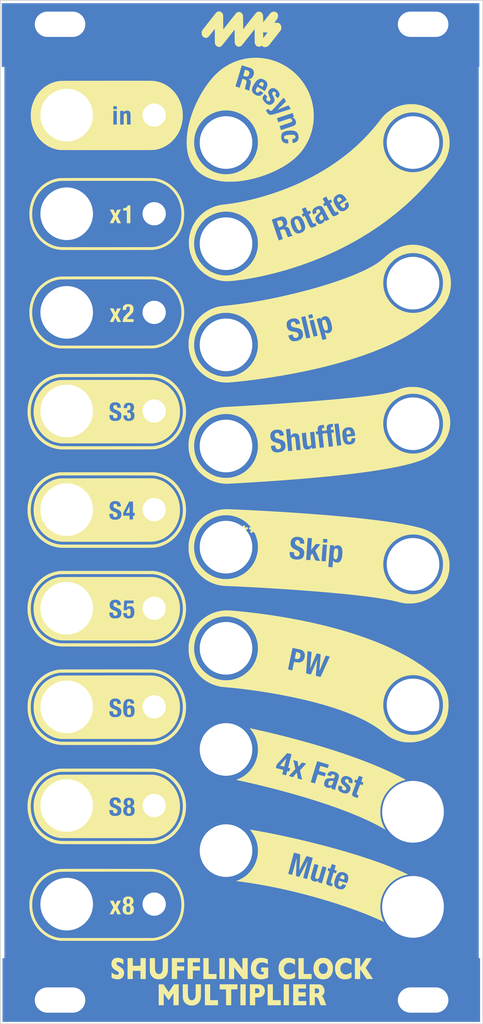
<source format=kicad_pcb>
(kicad_pcb (version 20210824) (generator pcbnew)
  (layers (0 "F.Cu" signal) (31 "B.Cu" signal) (34 "B.Paste" user) (35 "F.Paste" user) (36 "B.SilkS" user "B.Silkscreen") (37 "F.SilkS" user "F.Silkscreen") (38 "B.Mask" user) (39 "F.Mask" user) (44 "Edge.Cuts" user))
  (net 0 "")
  (net 1 "GND")
  (footprint "Faceplate_Hole_Lightpipe_With_Mask_Opening" (layer "F.Cu") (at 18.35658 17.9705)
    (fp_text reference "REF**" hide)
    (fp_text value "Faceplate_Hole_LightPipe_With_Mask_Opening" hide)
    (pad "1" thru_hole circle locked (at 0 0) (size 3.175 3.175) (drill 2.921) (layers *.Cu *.Mask) (net 1 "GND"))
  )
  (footprint "Faceplate_Hole_Jack_3.5mm" (layer "F.Cu") (at 27.3812 21.7297)
    (fp_text reference "REF**" hide)
    (fp_text value "GND" hide)
    (pad "1" thru_hole circle locked (at 0 0) (size 7.62 7.62) (drill 6.604) (layers *.Cu *.Mask) (net 1 "GND"))
  )
  (footprint "Faceplate_Hole_Pot_9mm" (layer "F.Cu") (at 50.8762 44.3357)
    (fp_text reference "REF**" hide)
    (fp_text value "Faceplate_Hole_Pot_9mm" hide)
    (pad "1" thru_hole circle locked (at 0 0) (size 7.112 7.112) (drill 6.604) (layers *.Cu *.Mask) (net 1 "GND"))
  )
  (footprint "Faceplate_Hole_LED_Button_7mm_With_Mask_Opening" (layer "F.Cu") (at 50.8762 104.9909)
    (fp_text reference "LOCK1" hide)
    (fp_text value "Faceplate_Hole_LED_Button_7mm_With_Mask_Opening" hide)
    (pad "1" thru_hole circle locked (at 0 0) (size 8.0518 8.0518) (drill 7.747) (layers *.Cu *.Mask) (net 1 "GND"))
  )
  (footprint "Faceplate_Hole_Pot_9mm" (layer "F.Cu") (at 50.8762 79.6417)
    (fp_text reference "REF**" hide)
    (fp_text value "Faceplate_Hole_Pot_9mm" hide)
    (pad "1" thru_hole circle locked (at 0 0) (size 7.112 7.112) (drill 6.604) (layers *.Cu *.Mask) (net 1 "GND"))
  )
  (footprint "Faceplate_Hole_Jack_3.5mm" (layer "F.Cu") (at 7.366 92.2655)
    (fp_text reference "REF**" hide)
    (fp_text value "GND" hide)
    (pad "1" thru_hole circle locked (at 0 0) (size 7.62 7.62) (drill 6.604) (layers *.Cu *.Mask) (net 1 "GND"))
  )
  (footprint "Faceplate_Hole_Jack_3.5mm" (layer "F.Cu") (at 27.3812 47.1297)
    (fp_text reference "REF**" hide)
    (fp_text value "GND" hide)
    (pad "1" thru_hole circle locked (at 0 0) (size 7.62 7.62) (drill 6.604) (layers *.Cu *.Mask) (net 1 "GND"))
  )
  (footprint "artwork:silk" (layer "F.Cu") (at 28.86 58.08)
    (fp_text reference "G***" (at 0 0) (layer "F.SilkS") (effects (font (size 1.524 1.524) (thickness 0.3))))
    (fp_text value "LOGO" hide)
  )
  (footprint "Faceplate_Rail_Mount_Slot_Plated" (layer "F.Cu") (at 52.144 116.6883)
    (fp_text reference "REF**" hide)
    (fp_text value "Faceplate_Rail_Mount_Slot_Plated" hide)
    (pad "1" thru_hole oval locked (at 0 0) (size 7.366 4.191) (drill oval 6.35 3.175) (layers *.Cu *.Mask) (net 1 "GND"))
  )
  (footprint "Faceplate_Hole_Lightpipe_With_Mask_Opening" (layer "F.Cu") (at 18.35658 42.7355)
    (fp_text reference "REF**" hide)
    (fp_text value "Faceplate_Hole_LightPipe_With_Mask_Opening" hide)
    (pad "1" thru_hole circle locked (at 0 0) (size 3.175 3.175) (drill 2.921) (layers *.Cu *.Mask) (net 1 "GND"))
  )
  (footprint "Faceplate_Hole_Jack_3.5mm" (layer "F.Cu") (at 7.366 67.5005)
    (fp_text reference "REF**" hide)
    (fp_text value "GND" hide)
    (pad "1" thru_hole circle locked (at 0 0) (size 7.62 7.62) (drill 6.604) (layers *.Cu *.Mask) (net 1 "GND"))
  )
  (footprint "Faceplate_Hole_Lightpipe_With_Mask_Opening" (layer "F.Cu") (at 18.35658 67.5005)
    (fp_text reference "REF**" hide)
    (fp_text value "Faceplate_Hole_LightPipe_With_Mask_Opening" hide)
    (pad "1" thru_hole circle locked (at 0 0) (size 3.175 3.175) (drill 2.921) (layers *.Cu *.Mask) (net 1 "GND"))
  )
  (footprint "Faceplate_Hole_Jack_3.5mm" (layer "F.Cu") (at 7.366 30.353)
    (fp_text reference "REF**" hide)
    (fp_text value "GND" hide)
    (pad "1" thru_hole circle locked (at 0 0) (size 7.62 7.62) (drill 6.604) (layers *.Cu *.Mask) (net 1 "GND"))
  )
  (footprint "Faceplate_Hole_Jack_3.5mm" (layer "F.Cu") (at 7.366 5.588)
    (fp_text reference "REF**" hide)
    (fp_text value "GND" hide)
    (pad "1" thru_hole circle locked (at 0 0) (size 7.62 7.62) (drill 6.604) (layers *.Cu *.Mask) (net 1 "GND"))
  )
  (footprint "Faceplate_Hole_Lightpipe_With_Mask_Opening" (layer "F.Cu") (at 18.35658 92.2655)
    (fp_text reference "REF**" hide)
    (fp_text value "Faceplate_Hole_LightPipe_With_Mask_Opening" hide)
    (pad "1" thru_hole circle locked (at 0 0) (size 3.175 3.175) (drill 2.921) (layers *.Cu *.Mask) (net 1 "GND"))
  )
  (footprint "Faceplate_Hole_Lightpipe_With_Mask_Opening" (layer "F.Cu") (at 18.35658 79.883)
    (fp_text reference "REF**" hide)
    (fp_text value "Faceplate_Hole_LightPipe_With_Mask_Opening" hide)
    (pad "1" thru_hole circle locked (at 0 0) (size 3.175 3.175) (drill 2.921) (layers *.Cu *.Mask) (net 1 "GND"))
  )
  (footprint "Faceplate_Hole_Jack_3.5mm" (layer "F.Cu") (at 27.3812 34.4297)
    (fp_text reference "REF**" hide)
    (fp_text value "GND" hide)
    (pad "1" thru_hole circle locked (at 0 0) (size 7.62 7.62) (drill 6.604) (layers *.Cu *.Mask) (net 1 "GND"))
  )
  (footprint "Faceplate_Hole_Jack_3.5mm" (layer "F.Cu") (at 27.3812 85.2297)
    (fp_text reference "REF**" hide)
    (fp_text value "GND" hide)
    (pad "1" thru_hole circle locked (at 0 0) (size 7.62 7.62) (drill 6.604) (layers *.Cu *.Mask) (net 1 "GND"))
  )
  (footprint "Faceplate_Hole_Jack_3.5mm" (layer "F.Cu") (at 7.366 55.118)
    (fp_text reference "REF**" hide)
    (fp_text value "GND" hide)
    (pad "1" thru_hole circle locked (at 0 0) (size 7.62 7.62) (drill 6.604) (layers *.Cu *.Mask) (net 1 "GND"))
  )
  (footprint "Faceplate_Rail_Mount_Slot_Plated" (layer "F.Cu") (at 6.529999 -5.8173)
    (fp_text reference "REF**" hide)
    (fp_text value "Faceplate_Rail_Mount_Slot_Plated" hide)
    (pad "1" thru_hole oval locked (at 0 0) (size 7.366 4.191) (drill oval 6.35 3.175) (layers *.Cu *.Mask) (net 1 "GND"))
  )
  (footprint "Faceplate_Hole_LED_Button_7mm_With_Mask_Opening" (layer "F.Cu") (at 50.8762 93.0529)
    (fp_text reference "LOCK1" hide)
    (fp_text value "Faceplate_Hole_LED_Button_7mm_With_Mask_Opening" hide)
    (pad "1" thru_hole circle locked (at 0 0) (size 8.0518 8.0518) (drill 7.747) (layers *.Cu *.Mask) (net 1 "GND"))
  )
  (footprint "Faceplate_Hole_Jack_3.5mm" (layer "F.Cu") (at 7.366 17.9705)
    (fp_text reference "REF**" hide)
    (fp_text value "GND" hide)
    (pad "1" thru_hole circle locked (at 0 0) (size 7.62 7.62) (drill 6.604) (layers *.Cu *.Mask) (net 1 "GND"))
  )
  (footprint "Faceplate_Rail_Mount_Slot_Plated" (layer "F.Cu") (at 6.529999 116.6883)
    (fp_text reference "REF**" hide)
    (fp_text value "Faceplate_Rail_Mount_Slot_Plated" hide)
    (pad "1" thru_hole oval locked (at 0 0) (size 7.366 4.191) (drill oval 6.35 3.175) (layers *.Cu *.Mask) (net 1 "GND"))
  )
  (footprint "Faceplate_Hole_Jack_3.5mm" (layer "F.Cu") (at 27.3812 72.5297)
    (fp_text reference "REF**" hide)
    (fp_text value "GND" hide)
    (pad "1" thru_hole circle locked (at 0 0) (size 7.62 7.62) (drill 6.604) (layers *.Cu *.Mask) (net 1 "GND"))
  )
  (footprint "Faceplate_Hole_Pot_9mm" (layer "F.Cu") (at 50.8762 26.6827)
    (fp_text reference "REF**" hide)
    (fp_text value "Faceplate_Hole_Pot_9mm" hide)
    (pad "1" thru_hole circle locked (at 0 0) (size 7.112 7.112) (drill 6.604) (layers *.Cu *.Mask) (net 1 "GND"))
  )
  (footprint "Faceplate_Hole_Jack_3.5mm" (layer "F.Cu") (at 7.366 104.648)
    (fp_text reference "REF**" hide)
    (fp_text value "GND" hide)
    (pad "1" thru_hole circle locked (at 0 0) (size 7.62 7.62) (drill 6.604) (layers *.Cu *.Mask) (net 1 "GND"))
  )
  (footprint "Faceplate_Hole_Pot_9mm" (layer "F.Cu") (at 50.8762 9.0297)
    (fp_text reference "REF**" hide)
    (fp_text value "Faceplate_Hole_Pot_9mm" hide)
    (pad "1" thru_hole circle locked (at 0 0) (size 7.112 7.112) (drill 6.604) (layers *.Cu *.Mask) (net 1 "GND"))
  )
  (footprint "Faceplate_Hole_Pot_9mm" (layer "F.Cu") (at 50.8762 61.9887)
    (fp_text reference "REF**" hide)
    (fp_text value "Faceplate_Hole_Pot_9mm" hide)
    (pad "1" thru_hole circle locked (at 0 0) (size 7.112 7.112) (drill 6.604) (layers *.Cu *.Mask) (net 1 "GND"))
  )
  (footprint "Faceplate_Hole_Jack_3.5mm" (layer "F.Cu") (at 27.3812 97.9297)
    (fp_text reference "REF**" hide)
    (fp_text value "GND" hide)
    (pad "1" thru_hole circle locked (at 0 0) (size 7.62 7.62) (drill 6.604) (layers *.Cu *.Mask) (net 1 "GND"))
  )
  (footprint "Faceplate_Hole_Lightpipe_With_Mask_Opening" (layer "F.Cu") (at 18.35658 104.648)
    (fp_text reference "REF**" hide)
    (fp_text value "Faceplate_Hole_LightPipe_With_Mask_Opening" hide)
    (pad "1" thru_hole circle locked (at 0 0) (size 3.175 3.175) (drill 2.921) (layers *.Cu *.Mask) (net 1 "GND"))
  )
  (footprint "Faceplate_Hole_Jack_3.5mm" (layer "F.Cu") (at 7.366 42.7355)
    (fp_text reference "REF**" hide)
    (fp_text value "GND" hide)
    (pad "1" thru_hole circle locked (at 0 0) (size 7.62 7.62) (drill 6.604) (layers *.Cu *.Mask) (net 1 "GND"))
  )
  (footprint "Faceplate_Hole_Jack_3.5mm" (layer "F.Cu") (at 27.3812 9.0297)
    (fp_text reference "REF**" hide)
    (fp_text value "GND" hide)
    (pad "1" thru_hole circle locked (at 0 0) (size 7.62 7.62) (drill 6.604) (layers *.Cu *.Mask) (net 1 "GND"))
  )
  (footprint "Faceplate_Hole_Jack_3.5mm" (layer "F.Cu") (at 7.366 79.883)
    (fp_text reference "REF**" hide)
    (fp_text value "GND" hide)
    (pad "1" thru_hole circle locked (at 0 0) (size 7.62 7.62) (drill 6.604) (layers *.Cu *.Mask) (net 1 "GND"))
  )
  (footprint "Faceplate_Hole_Lightpipe_With_Mask_Opening" (layer "F.Cu") (at 18.35658 55.118)
    (fp_text reference "REF**" hide)
    (fp_text value "Faceplate_Hole_LightPipe_With_Mask_Opening" hide)
    (pad "1" thru_hole circle locked (at 0 0) (size 3.175 3.175) (drill 2.921) (layers *.Cu *.Mask) (net 1 "GND"))
  )
  (footprint "Faceplate_Hole_Jack_3.5mm" (layer "F.Cu") (at 27.3812 59.8297)
    (fp_text reference "REF**" hide)
    (fp_text value "GND" hide)
    (pad "1" thru_hole circle locked (at 0 0) (size 7.62 7.62) (drill 6.604) (layers *.Cu *.Mask) (net 1 "GND"))
  )
  (footprint "Faceplate_Rail_Mount_Slot_Plated" (layer "F.Cu") (at 52.144 -5.8173)
    (fp_text reference "REF**" hide)
    (fp_text value "Faceplate_Rail_Mount_Slot_Plated" hide)
    (pad "1" thru_hole oval locked (at 0 0) (size 7.366 4.191) (drill oval 6.35 3.175) (layers *.Cu *.Mask) (net 1 "GND"))
  )
  (footprint "Faceplate_Hole_Lightpipe_With_Mask_Opening" (layer "F.Cu") (at 18.35658 30.353)
    (fp_text reference "REF**" hide)
    (fp_text value "Faceplate_Hole_LightPipe_With_Mask_Opening" hide)
    (pad "1" thru_hole circle locked (at 0 0) (size 3.175 3.175) (drill 2.921) (layers *.Cu *.Mask) (net 1 "GND"))
  )
  (footprint "Faceplate_Hole_Lightpipe_With_Mask_Opening" (layer "F.Cu") (at 18.35658 5.588)
    (fp_text reference "REF**" hide)
    (fp_text value "Faceplate_Hole_LightPipe_With_Mask_Opening" hide)
    (pad "1" thru_hole circle locked (at 0 0) (size 3.175 3.175) (drill 2.921) (layers *.Cu *.Mask) (net 1 "GND"))
  )
  (footprint "4ms_Faceplate:Rail_Connection_12HP" (layer "B.Cu") (at 29.3 115.43 180)
    (fp_text reference "REF**" hide)
    (fp_text value "Rail_Connection_12HP" hide)
    (pad "1" smd rect locked (at 0 0 180) (size 60 8) (layers "B.Cu" "B.Paste" "B.Mask") (net 1 "GND"))
  )
  (footprint "4ms_Faceplate:Rail_Connection_12HP" (layer "B.Cu") (at 29.21 -4.46 180)
    (fp_text reference "REF**" hide)
    (fp_text value "Rail_Connection_12HP" hide)
    (pad "1" smd rect locked (at 0 0 180) (size 60 8) (layers "B.Cu" "B.Paste" "B.Mask") (net 1 "GND"))
  )
  (gr_line (start -0.963 119.6855) (end 59.637 119.6855) (layer "Edge.Cuts") (width 0.1))
  (gr_line (start -0.963 -8.8145) (end 59.637 -8.8145) (layer "Edge.Cuts") (width 0.1))
  (gr_line (start -0.963 -8.8145) (end -0.963 119.6855) (layer "Edge.Cuts") (width 0.1))
  (gr_line (start 59.637 -8.8145) (end 59.637 119.6855) (layer "Edge.Cuts") (width 0.1))
  (zone (net 1) (net_name "GND") (layer "B.Cu") (connect_pads yes (clearance 0.508)) (min_thickness 0.254) (fill yes (thermal_gap 0.508) (thermal_bridge_width 0.508))
    (polygon (pts (xy -0.609 -8.4605) (xy -0.609 119.3315) (xy 59.283 119.3315) (xy 59.283 -8.4605)))
  )
)
</source>
